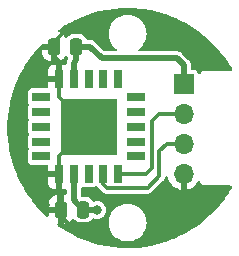
<source format=gbr>
%TF.GenerationSoftware,KiCad,Pcbnew,(6.0.0)*%
%TF.CreationDate,2022-03-17T14:10:59-06:00*%
%TF.ProjectId,sensor-co2,73656e73-6f72-42d6-936f-322e6b696361,rev?*%
%TF.SameCoordinates,Original*%
%TF.FileFunction,Copper,L1,Top*%
%TF.FilePolarity,Positive*%
%FSLAX46Y46*%
G04 Gerber Fmt 4.6, Leading zero omitted, Abs format (unit mm)*
G04 Created by KiCad (PCBNEW (6.0.0)) date 2022-03-17 14:10:59*
%MOMM*%
%LPD*%
G01*
G04 APERTURE LIST*
G04 Aperture macros list*
%AMRoundRect*
0 Rectangle with rounded corners*
0 $1 Rounding radius*
0 $2 $3 $4 $5 $6 $7 $8 $9 X,Y pos of 4 corners*
0 Add a 4 corners polygon primitive as box body*
4,1,4,$2,$3,$4,$5,$6,$7,$8,$9,$2,$3,0*
0 Add four circle primitives for the rounded corners*
1,1,$1+$1,$2,$3*
1,1,$1+$1,$4,$5*
1,1,$1+$1,$6,$7*
1,1,$1+$1,$8,$9*
0 Add four rect primitives between the rounded corners*
20,1,$1+$1,$2,$3,$4,$5,0*
20,1,$1+$1,$4,$5,$6,$7,0*
20,1,$1+$1,$6,$7,$8,$9,0*
20,1,$1+$1,$8,$9,$2,$3,0*%
G04 Aperture macros list end*
%TA.AperFunction,SMDPad,CuDef*%
%ADD10R,1.500000X0.800000*%
%TD*%
%TA.AperFunction,SMDPad,CuDef*%
%ADD11R,0.800000X1.500000*%
%TD*%
%TA.AperFunction,SMDPad,CuDef*%
%ADD12R,4.800000X4.800000*%
%TD*%
%TA.AperFunction,SMDPad,CuDef*%
%ADD13RoundRect,0.250000X0.250000X0.475000X-0.250000X0.475000X-0.250000X-0.475000X0.250000X-0.475000X0*%
%TD*%
%TA.AperFunction,ComponentPad*%
%ADD14R,1.700000X1.700000*%
%TD*%
%TA.AperFunction,ComponentPad*%
%ADD15O,1.700000X1.700000*%
%TD*%
%TA.AperFunction,ViaPad*%
%ADD16C,0.800000*%
%TD*%
%TA.AperFunction,Conductor*%
%ADD17C,0.300000*%
%TD*%
%TA.AperFunction,Conductor*%
%ADD18C,0.500000*%
%TD*%
G04 APERTURE END LIST*
D10*
%TO.P,U1,1*%
%TO.N,N/C*%
X133230000Y-83330000D03*
%TO.P,U1,2*%
X133230000Y-84580000D03*
%TO.P,U1,3*%
X133230000Y-85830000D03*
%TO.P,U1,4*%
X133230000Y-87080000D03*
%TO.P,U1,5*%
X133230000Y-88330000D03*
D11*
%TO.P,U1,6,GND*%
%TO.N,GND*%
X134730000Y-89830000D03*
%TO.P,U1,7,VDD*%
%TO.N,+3V3*%
X135980000Y-89830000D03*
%TO.P,U1,8*%
%TO.N,N/C*%
X137230000Y-89830000D03*
%TO.P,U1,9,SCL*%
%TO.N,/SCL*%
X138480000Y-89830000D03*
%TO.P,U1,10,SDA*%
%TO.N,/SDA*%
X139730000Y-89830000D03*
D10*
%TO.P,U1,11*%
%TO.N,N/C*%
X141230000Y-88330000D03*
%TO.P,U1,12*%
X141230000Y-87080000D03*
%TO.P,U1,13*%
X141230000Y-85830000D03*
%TO.P,U1,14*%
X141230000Y-84580000D03*
%TO.P,U1,15*%
X141230000Y-83330000D03*
D11*
%TO.P,U1,16*%
X139730000Y-81830000D03*
%TO.P,U1,17*%
X138480000Y-81830000D03*
%TO.P,U1,18*%
X137230000Y-81830000D03*
%TO.P,U1,19,VDDH*%
%TO.N,+3V3*%
X135980000Y-81830000D03*
%TO.P,U1,20,GND_2*%
%TO.N,GND*%
X134730000Y-81830000D03*
D12*
%TO.P,U1,21,GND_3*%
X137230000Y-85830000D03*
%TD*%
D13*
%TO.P,C3,1*%
%TO.N,+3V3*%
X136200000Y-79050000D03*
%TO.P,C3,2*%
%TO.N,GND*%
X134300000Y-79050000D03*
%TD*%
%TO.P,C1,1*%
%TO.N,+3V3*%
X136770000Y-92840000D03*
%TO.P,C1,2*%
%TO.N,GND*%
X134870000Y-92840000D03*
%TD*%
D14*
%TO.P,J2,1,Pin_1*%
%TO.N,+3V3*%
X145280000Y-82200000D03*
D15*
%TO.P,J2,2,Pin_2*%
%TO.N,/SDA*%
X145280000Y-84740000D03*
%TO.P,J2,3,Pin_3*%
%TO.N,/SCL*%
X145280000Y-87280000D03*
%TO.P,J2,4,Pin_4*%
%TO.N,GND*%
X145280000Y-89820000D03*
%TD*%
D16*
%TO.N,GND*%
X135790000Y-94300000D03*
X137960000Y-77520000D03*
X133520000Y-92460000D03*
%TO.N,+3V3*%
X137960000Y-92890000D03*
%TD*%
D17*
%TO.N,GND*%
X134870000Y-93380000D02*
X135790000Y-94300000D01*
X138430000Y-95190000D02*
X138730000Y-95490000D01*
X137770000Y-94780000D02*
X138020000Y-94780000D01*
X134730000Y-92700000D02*
X134730000Y-89830000D01*
X134870000Y-92840000D02*
X133900000Y-92840000D01*
X138020000Y-94780000D02*
X138430000Y-95190000D01*
X134730000Y-88330000D02*
X134730000Y-89830000D01*
X133900000Y-92840000D02*
X133520000Y-92460000D01*
X138940000Y-95490000D02*
X139210000Y-95490000D01*
X136720000Y-94770000D02*
X136730000Y-94780000D01*
X134730000Y-83330000D02*
X134730000Y-81830000D01*
D18*
X134300000Y-80030000D02*
X134730000Y-80460000D01*
D17*
X135790000Y-94300000D02*
X136250000Y-94300000D01*
X137870000Y-77610000D02*
X137960000Y-77520000D01*
X136730000Y-94780000D02*
X137770000Y-94780000D01*
X134870000Y-92840000D02*
X134730000Y-92700000D01*
X136250000Y-94300000D02*
X136720000Y-94770000D01*
X137230000Y-85830000D02*
X134730000Y-83330000D01*
X135770000Y-77610000D02*
X137870000Y-77610000D01*
X138730000Y-95490000D02*
X138940000Y-95490000D01*
X137230000Y-85830000D02*
X134730000Y-88330000D01*
X142180000Y-95070000D02*
X144370000Y-92880000D01*
X141070000Y-95740000D02*
X141510000Y-95740000D01*
X134300000Y-79050000D02*
X134630000Y-78720000D01*
X134870000Y-92840000D02*
X134870000Y-93380000D01*
D18*
X134730000Y-80460000D02*
X134730000Y-81830000D01*
D17*
X139210000Y-95490000D02*
X139330000Y-95610000D01*
X134630000Y-78720000D02*
X134630000Y-78280000D01*
X139330000Y-95610000D02*
X139460000Y-95740000D01*
D18*
X134300000Y-79050000D02*
X134300000Y-80030000D01*
D17*
X141510000Y-95740000D02*
X142180000Y-95070000D01*
X134630000Y-78280000D02*
X135300000Y-77610000D01*
X144370000Y-92880000D02*
X144400000Y-92880000D01*
X135300000Y-77610000D02*
X135770000Y-77610000D01*
X139460000Y-95740000D02*
X141070000Y-95740000D01*
D18*
%TO.N,+3V3*%
X145280000Y-80600000D02*
X144730000Y-80050000D01*
X135980000Y-80430000D02*
X135980000Y-81830000D01*
X136770000Y-92840000D02*
X137910000Y-92840000D01*
X135980000Y-92050000D02*
X135980000Y-89830000D01*
X136770000Y-92840000D02*
X135980000Y-92050000D01*
X137910000Y-92840000D02*
X137960000Y-92890000D01*
X136200000Y-80210000D02*
X135980000Y-80430000D01*
X138340000Y-80050000D02*
X137340000Y-79050000D01*
X137340000Y-79050000D02*
X136200000Y-79050000D01*
X144730000Y-80050000D02*
X138340000Y-80050000D01*
X145280000Y-82200000D02*
X145280000Y-80600000D01*
X136200000Y-79050000D02*
X136200000Y-80210000D01*
D17*
%TO.N,/SDA*%
X142600000Y-89350000D02*
X142600000Y-85330000D01*
X142120000Y-89830000D02*
X142600000Y-89350000D01*
X143250000Y-84740000D02*
X145280000Y-84740000D01*
X143220000Y-84710000D02*
X143250000Y-84740000D01*
X139730000Y-89830000D02*
X142120000Y-89830000D01*
X142600000Y-85330000D02*
X143220000Y-84710000D01*
%TO.N,/SCL*%
X138770000Y-90990000D02*
X138480000Y-90700000D01*
X143840000Y-87280000D02*
X143220000Y-87900000D01*
X145280000Y-87280000D02*
X143840000Y-87280000D01*
X143220000Y-87900000D02*
X143220000Y-90000000D01*
X138480000Y-90700000D02*
X138480000Y-89830000D01*
X143220000Y-90000000D02*
X142230000Y-90990000D01*
X142230000Y-90990000D02*
X138770000Y-90990000D01*
%TD*%
%TA.AperFunction,Conductor*%
%TO.N,GND*%
G36*
X134496121Y-78816002D02*
G01*
X134542614Y-78869658D01*
X134554000Y-78922000D01*
X134554000Y-80264884D01*
X134558475Y-80280123D01*
X134559865Y-80281328D01*
X134567548Y-80282999D01*
X134597095Y-80282999D01*
X134603614Y-80282662D01*
X134699206Y-80272743D01*
X134712600Y-80269851D01*
X134866784Y-80218412D01*
X134879962Y-80212239D01*
X135017807Y-80126937D01*
X135029208Y-80117901D01*
X135143739Y-80003171D01*
X135152751Y-79991760D01*
X135234336Y-79859404D01*
X135287108Y-79811911D01*
X135357180Y-79800487D01*
X135422304Y-79828761D01*
X135441559Y-79848817D01*
X135496444Y-79920346D01*
X135522044Y-79986567D01*
X135507779Y-80056115D01*
X135496442Y-80073756D01*
X135495131Y-80075464D01*
X135495128Y-80075468D01*
X135495127Y-80075467D01*
X135460494Y-80120603D01*
X135460492Y-80120606D01*
X135455464Y-80127159D01*
X135394956Y-80273238D01*
X135374318Y-80430000D01*
X135375396Y-80438188D01*
X135375396Y-80446446D01*
X135373667Y-80446446D01*
X135364255Y-80506803D01*
X135317126Y-80559901D01*
X135248772Y-80579091D01*
X135236665Y-80578363D01*
X135181488Y-80572369D01*
X135174672Y-80572000D01*
X135002115Y-80572000D01*
X134986876Y-80576475D01*
X134985671Y-80577865D01*
X134984000Y-80585548D01*
X134984000Y-81958000D01*
X134963998Y-82026121D01*
X134910342Y-82072614D01*
X134858000Y-82084000D01*
X133840116Y-82084000D01*
X133824877Y-82088475D01*
X133823672Y-82089865D01*
X133822001Y-82097548D01*
X133822001Y-82453500D01*
X133801999Y-82521621D01*
X133748343Y-82568114D01*
X133696001Y-82579500D01*
X132446782Y-82579500D01*
X132442232Y-82580170D01*
X132442229Y-82580170D01*
X132387574Y-82588216D01*
X132387573Y-82588216D01*
X132377888Y-82589642D01*
X132329869Y-82613218D01*
X132282493Y-82636478D01*
X132282491Y-82636479D01*
X132273145Y-82641068D01*
X132190707Y-82723650D01*
X132139464Y-82828482D01*
X132129500Y-82896782D01*
X132129500Y-83763218D01*
X132130170Y-83767768D01*
X132130170Y-83767771D01*
X132138216Y-83822426D01*
X132139642Y-83832112D01*
X132143958Y-83840902D01*
X132172696Y-83899435D01*
X132184764Y-83969399D01*
X132172794Y-84010295D01*
X132139464Y-84078482D01*
X132129500Y-84146782D01*
X132129500Y-85013218D01*
X132130170Y-85017768D01*
X132130170Y-85017771D01*
X132130712Y-85021452D01*
X132139642Y-85082112D01*
X132143958Y-85090902D01*
X132172696Y-85149435D01*
X132184764Y-85219399D01*
X132172794Y-85260295D01*
X132139464Y-85328482D01*
X132129500Y-85396782D01*
X132129500Y-86263218D01*
X132139642Y-86332112D01*
X132143958Y-86340902D01*
X132172696Y-86399435D01*
X132184764Y-86469399D01*
X132172794Y-86510295D01*
X132139464Y-86578482D01*
X132129500Y-86646782D01*
X132129500Y-87513218D01*
X132130170Y-87517768D01*
X132130170Y-87517771D01*
X132138216Y-87572426D01*
X132139642Y-87582112D01*
X132143958Y-87590902D01*
X132172696Y-87649435D01*
X132184764Y-87719399D01*
X132172794Y-87760295D01*
X132139464Y-87828482D01*
X132138052Y-87838162D01*
X132130849Y-87887537D01*
X132129500Y-87896782D01*
X132129500Y-88763218D01*
X132130170Y-88767768D01*
X132130170Y-88767771D01*
X132137891Y-88820215D01*
X132139642Y-88832112D01*
X132191068Y-88936855D01*
X132273650Y-89019293D01*
X132378482Y-89070536D01*
X132408973Y-89074984D01*
X132442256Y-89079840D01*
X132442260Y-89079840D01*
X132446782Y-89080500D01*
X133696000Y-89080500D01*
X133764121Y-89100502D01*
X133810614Y-89154158D01*
X133822000Y-89206500D01*
X133822000Y-89557885D01*
X133826475Y-89573124D01*
X133827865Y-89574329D01*
X133835548Y-89576000D01*
X134858000Y-89576000D01*
X134926121Y-89596002D01*
X134972614Y-89649658D01*
X134984000Y-89702000D01*
X134984000Y-91069884D01*
X134988475Y-91085123D01*
X134989865Y-91086328D01*
X134997548Y-91087999D01*
X135174669Y-91087999D01*
X135181490Y-91087629D01*
X135239895Y-91081286D01*
X135309777Y-91093815D01*
X135361792Y-91142137D01*
X135379500Y-91206549D01*
X135379500Y-91488858D01*
X135359498Y-91556979D01*
X135305842Y-91603472D01*
X135240658Y-91614202D01*
X135173562Y-91607328D01*
X135167145Y-91607000D01*
X135142115Y-91607000D01*
X135126876Y-91611475D01*
X135125671Y-91612865D01*
X135124000Y-91620548D01*
X135124000Y-94054884D01*
X135128475Y-94070123D01*
X135129865Y-94071328D01*
X135137548Y-94072999D01*
X135167095Y-94072999D01*
X135173614Y-94072662D01*
X135269206Y-94062743D01*
X135282600Y-94059851D01*
X135436784Y-94008412D01*
X135449962Y-94002239D01*
X135550538Y-93940000D01*
X138935052Y-93940000D01*
X138954812Y-94191069D01*
X138955966Y-94195876D01*
X138955967Y-94195882D01*
X138993230Y-94351093D01*
X139013604Y-94435956D01*
X139015497Y-94440527D01*
X139015498Y-94440529D01*
X139091999Y-94625218D01*
X139109981Y-94668631D01*
X139241570Y-94883365D01*
X139405130Y-95074870D01*
X139596635Y-95238430D01*
X139600852Y-95241014D01*
X139804705Y-95365935D01*
X139811369Y-95370019D01*
X139815939Y-95371912D01*
X139815943Y-95371914D01*
X140013690Y-95453823D01*
X140044044Y-95466396D01*
X140128907Y-95486770D01*
X140284118Y-95524033D01*
X140284124Y-95524034D01*
X140288931Y-95525188D01*
X140540000Y-95544948D01*
X140791069Y-95525188D01*
X140795876Y-95524034D01*
X140795882Y-95524033D01*
X140951093Y-95486770D01*
X141035956Y-95466396D01*
X141066310Y-95453823D01*
X141264057Y-95371914D01*
X141264061Y-95371912D01*
X141268631Y-95370019D01*
X141275296Y-95365935D01*
X141479148Y-95241014D01*
X141483365Y-95238430D01*
X141674870Y-95074870D01*
X141838430Y-94883365D01*
X141970019Y-94668631D01*
X141988002Y-94625218D01*
X142064502Y-94440529D01*
X142064503Y-94440527D01*
X142066396Y-94435956D01*
X142086770Y-94351093D01*
X142124033Y-94195882D01*
X142124034Y-94195876D01*
X142125188Y-94191069D01*
X142144948Y-93940000D01*
X142125188Y-93688931D01*
X142115699Y-93649404D01*
X142077808Y-93491578D01*
X142066396Y-93444044D01*
X142052706Y-93410993D01*
X141971914Y-93215943D01*
X141971912Y-93215939D01*
X141970019Y-93211369D01*
X141838430Y-92996635D01*
X141674870Y-92805130D01*
X141483365Y-92641570D01*
X141268631Y-92509981D01*
X141264061Y-92508088D01*
X141264057Y-92508086D01*
X141040529Y-92415498D01*
X141040527Y-92415497D01*
X141035956Y-92413604D01*
X140951093Y-92393230D01*
X140795882Y-92355967D01*
X140795876Y-92355966D01*
X140791069Y-92354812D01*
X140540000Y-92335052D01*
X140288931Y-92354812D01*
X140284124Y-92355966D01*
X140284118Y-92355967D01*
X140128907Y-92393230D01*
X140044044Y-92413604D01*
X140039473Y-92415497D01*
X140039471Y-92415498D01*
X139815943Y-92508086D01*
X139815939Y-92508088D01*
X139811369Y-92509981D01*
X139596635Y-92641570D01*
X139405130Y-92805130D01*
X139241570Y-92996635D01*
X139109981Y-93211369D01*
X139108088Y-93215939D01*
X139108086Y-93215943D01*
X139027294Y-93410993D01*
X139013604Y-93444044D01*
X139002192Y-93491578D01*
X138964302Y-93649404D01*
X138954812Y-93688931D01*
X138935052Y-93940000D01*
X135550538Y-93940000D01*
X135587807Y-93916937D01*
X135599208Y-93907901D01*
X135713739Y-93793171D01*
X135722751Y-93781760D01*
X135804336Y-93649404D01*
X135857108Y-93601911D01*
X135927180Y-93590487D01*
X135992304Y-93618761D01*
X136011557Y-93638814D01*
X136091718Y-93743282D01*
X136217159Y-93839536D01*
X136363238Y-93900044D01*
X136371426Y-93901122D01*
X136476545Y-93914961D01*
X136480639Y-93915500D01*
X136769964Y-93915500D01*
X137059360Y-93915499D01*
X137063444Y-93914961D01*
X137063450Y-93914961D01*
X137168575Y-93901122D01*
X137168577Y-93901122D01*
X137176762Y-93900044D01*
X137322841Y-93839536D01*
X137448282Y-93743282D01*
X137524348Y-93644151D01*
X137536586Y-93628202D01*
X137593924Y-93586335D01*
X137664795Y-93582113D01*
X137680465Y-93586807D01*
X137777289Y-93622815D01*
X137784270Y-93623746D01*
X137784272Y-93623747D01*
X137817663Y-93628202D01*
X137944183Y-93645083D01*
X137951194Y-93644445D01*
X137951198Y-93644445D01*
X138104843Y-93630462D01*
X138111864Y-93629823D01*
X138118566Y-93627645D01*
X138118568Y-93627645D01*
X138265298Y-93579970D01*
X138265301Y-93579969D01*
X138271997Y-93577793D01*
X138416623Y-93491578D01*
X138421717Y-93486727D01*
X138421721Y-93486724D01*
X138533454Y-93380322D01*
X138533455Y-93380320D01*
X138538554Y-93375465D01*
X138563281Y-93338249D01*
X138627836Y-93241085D01*
X138631731Y-93235223D01*
X138691521Y-93077823D01*
X138714955Y-92911088D01*
X138715249Y-92890000D01*
X138709499Y-92838735D01*
X138697266Y-92729672D01*
X138697265Y-92729669D01*
X138696481Y-92722676D01*
X138641108Y-92563668D01*
X138551884Y-92420879D01*
X138546920Y-92415880D01*
X138438205Y-92306403D01*
X138438201Y-92306400D01*
X138433242Y-92301406D01*
X138291079Y-92211187D01*
X138132462Y-92154706D01*
X138125474Y-92153873D01*
X138125471Y-92153872D01*
X138032300Y-92142762D01*
X137965273Y-92134769D01*
X137958270Y-92135505D01*
X137958269Y-92135505D01*
X137912712Y-92140293D01*
X137797821Y-92152369D01*
X137791152Y-92154639D01*
X137791149Y-92154640D01*
X137720399Y-92178725D01*
X137649467Y-92181743D01*
X137588163Y-92145933D01*
X137563385Y-92107665D01*
X137555803Y-92089361D01*
X137544536Y-92062159D01*
X137448282Y-91936718D01*
X137322841Y-91840464D01*
X137176762Y-91779956D01*
X137059361Y-91764500D01*
X137044192Y-91764500D01*
X136706499Y-91764501D01*
X136638380Y-91744499D01*
X136591887Y-91690844D01*
X136580500Y-91638501D01*
X136580500Y-91044044D01*
X136600502Y-90975923D01*
X136654158Y-90929430D01*
X136724432Y-90919326D01*
X136727350Y-90919982D01*
X136728482Y-90920536D01*
X136732258Y-90921087D01*
X136732263Y-90921088D01*
X136792256Y-90929840D01*
X136792260Y-90929840D01*
X136796782Y-90930500D01*
X137663218Y-90930500D01*
X137667768Y-90929830D01*
X137667771Y-90929830D01*
X137722426Y-90921784D01*
X137722427Y-90921784D01*
X137732112Y-90920358D01*
X137799436Y-90887304D01*
X137869399Y-90875236D01*
X137910295Y-90887206D01*
X137978482Y-90920536D01*
X137987914Y-90921912D01*
X138046979Y-90961063D01*
X138051871Y-90967711D01*
X138054016Y-90972428D01*
X138059874Y-90979226D01*
X138084387Y-91007675D01*
X138090675Y-91015595D01*
X138098522Y-91026336D01*
X138109265Y-91037079D01*
X138115623Y-91043925D01*
X138147600Y-91081037D01*
X138155135Y-91085921D01*
X138161898Y-91091820D01*
X138161894Y-91091825D01*
X138172987Y-91100800D01*
X138366467Y-91294281D01*
X138373933Y-91303624D01*
X138374321Y-91303293D01*
X138380142Y-91310132D01*
X138384930Y-91317720D01*
X138391656Y-91323660D01*
X138424609Y-91352763D01*
X138430297Y-91358110D01*
X138441507Y-91369320D01*
X138445093Y-91372008D01*
X138445096Y-91372010D01*
X138449677Y-91375444D01*
X138457518Y-91381827D01*
X138461805Y-91385613D01*
X138492388Y-91412623D01*
X138500513Y-91416438D01*
X138503683Y-91418520D01*
X138516670Y-91426323D01*
X138519994Y-91428143D01*
X138527176Y-91433526D01*
X138535577Y-91436675D01*
X138535578Y-91436676D01*
X138570736Y-91449856D01*
X138580053Y-91453783D01*
X138614034Y-91469737D01*
X138614037Y-91469738D01*
X138622163Y-91473553D01*
X138631037Y-91474935D01*
X138634650Y-91476039D01*
X138649307Y-91479885D01*
X138653010Y-91480699D01*
X138661420Y-91483852D01*
X138707843Y-91487302D01*
X138717856Y-91488452D01*
X138731009Y-91490500D01*
X138746204Y-91490500D01*
X138755542Y-91490846D01*
X138804392Y-91494476D01*
X138813168Y-91492603D01*
X138822125Y-91491992D01*
X138822125Y-91491998D01*
X138836318Y-91490500D01*
X142159819Y-91490500D01*
X142171704Y-91491828D01*
X142171745Y-91491318D01*
X142180691Y-91492038D01*
X142189447Y-91494019D01*
X142232980Y-91491318D01*
X142242264Y-91490742D01*
X142250067Y-91490500D01*
X142265940Y-91490500D01*
X142276052Y-91489052D01*
X142286106Y-91488022D01*
X142314097Y-91486285D01*
X142332538Y-91485141D01*
X142340982Y-91482093D01*
X142344694Y-91481324D01*
X142359399Y-91477657D01*
X142363027Y-91476596D01*
X142371918Y-91475323D01*
X142414282Y-91456061D01*
X142423637Y-91452254D01*
X142458943Y-91439509D01*
X142458947Y-91439507D01*
X142467387Y-91436460D01*
X142474635Y-91431165D01*
X142477975Y-91429389D01*
X142491089Y-91421726D01*
X142494261Y-91419697D01*
X142502428Y-91415984D01*
X142509223Y-91410129D01*
X142509226Y-91410127D01*
X142537675Y-91385613D01*
X142545596Y-91379324D01*
X142552402Y-91374352D01*
X142556336Y-91371478D01*
X142567079Y-91360735D01*
X142573926Y-91354377D01*
X142604237Y-91328259D01*
X142611037Y-91322400D01*
X142615920Y-91314866D01*
X142621819Y-91308104D01*
X142621824Y-91308108D01*
X142630800Y-91297014D01*
X143524280Y-90403534D01*
X143533624Y-90396068D01*
X143533292Y-90395678D01*
X143540128Y-90389860D01*
X143547720Y-90385070D01*
X143582756Y-90345399D01*
X143588102Y-90339712D01*
X143599320Y-90328494D01*
X143602010Y-90324905D01*
X143605450Y-90320316D01*
X143611832Y-90312477D01*
X143636682Y-90284339D01*
X143642623Y-90277612D01*
X143646437Y-90269489D01*
X143648508Y-90266336D01*
X143656327Y-90253324D01*
X143658143Y-90250006D01*
X143663526Y-90242824D01*
X143679858Y-90199259D01*
X143683783Y-90189944D01*
X143703553Y-90147837D01*
X143704935Y-90138964D01*
X143706042Y-90135342D01*
X143711223Y-90115594D01*
X143713852Y-90108581D01*
X143716307Y-90109501D01*
X143743865Y-90059300D01*
X143806253Y-90025414D01*
X143877057Y-90030637D01*
X143933798Y-90073310D01*
X143955678Y-90120893D01*
X143978565Y-90222446D01*
X143981645Y-90232275D01*
X144061770Y-90429603D01*
X144066413Y-90438794D01*
X144177694Y-90620388D01*
X144183777Y-90628699D01*
X144323213Y-90789667D01*
X144330580Y-90796883D01*
X144494434Y-90932916D01*
X144502881Y-90938831D01*
X144686756Y-91046279D01*
X144696042Y-91050729D01*
X144895001Y-91126703D01*
X144904899Y-91129579D01*
X145008250Y-91150606D01*
X145022299Y-91149410D01*
X145026000Y-91139065D01*
X145026000Y-89692000D01*
X145046002Y-89623879D01*
X145099658Y-89577386D01*
X145152000Y-89566000D01*
X145408000Y-89566000D01*
X145476121Y-89586002D01*
X145522614Y-89639658D01*
X145534000Y-89692000D01*
X145534000Y-91138517D01*
X145538064Y-91152359D01*
X145551478Y-91154393D01*
X145558184Y-91153534D01*
X145568262Y-91151392D01*
X145772255Y-91090191D01*
X145781842Y-91086433D01*
X145973095Y-90992739D01*
X145981945Y-90987464D01*
X146155328Y-90863792D01*
X146163200Y-90857139D01*
X146314052Y-90706812D01*
X146320730Y-90698965D01*
X146445003Y-90526020D01*
X146450310Y-90517189D01*
X146462502Y-90492519D01*
X146510615Y-90440312D01*
X146579316Y-90422404D01*
X146646793Y-90444482D01*
X146691622Y-90499535D01*
X146699750Y-90527657D01*
X146704291Y-90554939D01*
X146709235Y-90564101D01*
X146710401Y-90567508D01*
X146711834Y-90570819D01*
X146714344Y-90580924D01*
X146735807Y-90614164D01*
X146740832Y-90622662D01*
X146754672Y-90648313D01*
X146754674Y-90648316D01*
X146759621Y-90657484D01*
X146767273Y-90664557D01*
X146769483Y-90667406D01*
X146771899Y-90670061D01*
X146777549Y-90678812D01*
X146785728Y-90685260D01*
X146808619Y-90703306D01*
X146816139Y-90709729D01*
X146845185Y-90736578D01*
X146854711Y-90740789D01*
X146857727Y-90742770D01*
X146860877Y-90744501D01*
X146869055Y-90750949D01*
X146878882Y-90754400D01*
X146906387Y-90764059D01*
X146915573Y-90767696D01*
X146951755Y-90783692D01*
X146962132Y-90784591D01*
X146966985Y-90785837D01*
X146968330Y-90786245D01*
X146971519Y-90786932D01*
X146978993Y-90789556D01*
X146984119Y-90790000D01*
X147019143Y-90790000D01*
X147030014Y-90790470D01*
X147067840Y-90793746D01*
X147077950Y-90791235D01*
X147088329Y-90790418D01*
X147088392Y-90791214D01*
X147098335Y-90790000D01*
X149251652Y-90790000D01*
X149319773Y-90810002D01*
X149366266Y-90863658D01*
X149376370Y-90933932D01*
X149360034Y-90980259D01*
X149125730Y-91375444D01*
X149116402Y-91391177D01*
X149112210Y-91397773D01*
X148811138Y-91840464D01*
X148761811Y-91912993D01*
X148757220Y-91919313D01*
X148421245Y-92352841D01*
X148375545Y-92411810D01*
X148370574Y-92417829D01*
X148108320Y-92716026D01*
X147959080Y-92885720D01*
X147953737Y-92891428D01*
X147514028Y-93332885D01*
X147508342Y-93338249D01*
X147042101Y-93751590D01*
X147036095Y-93756592D01*
X146545103Y-94140231D01*
X146538820Y-94144833D01*
X146337789Y-94282724D01*
X146024988Y-94497279D01*
X146018407Y-94501499D01*
X145483712Y-94821397D01*
X145476881Y-94825201D01*
X144923390Y-95111315D01*
X144916338Y-95114688D01*
X144432781Y-95327761D01*
X144346147Y-95365935D01*
X144338903Y-95368862D01*
X143754215Y-95584269D01*
X143746821Y-95586734D01*
X143149919Y-95765459D01*
X143142363Y-95767468D01*
X142535541Y-95908826D01*
X142527876Y-95910363D01*
X141913432Y-96013820D01*
X141905686Y-96014878D01*
X141487851Y-96058809D01*
X141286023Y-96080028D01*
X141278238Y-96080604D01*
X141000706Y-96092460D01*
X140655714Y-96107198D01*
X140647897Y-96107289D01*
X140057530Y-96095857D01*
X140024951Y-96095226D01*
X140017142Y-96094833D01*
X139396100Y-96044156D01*
X139388332Y-96043278D01*
X138771672Y-95954190D01*
X138763973Y-95952833D01*
X138153995Y-95825666D01*
X138146422Y-95823840D01*
X137545488Y-95659085D01*
X137538035Y-95656791D01*
X137211138Y-95544948D01*
X136948495Y-95455089D01*
X136941181Y-95452330D01*
X136429581Y-95241014D01*
X136365274Y-95214452D01*
X136358165Y-95211253D01*
X135798140Y-94938126D01*
X135791223Y-94934483D01*
X135329812Y-94672851D01*
X135249211Y-94627148D01*
X135242536Y-94623085D01*
X135212840Y-94603719D01*
X134720610Y-94282716D01*
X134714221Y-94278260D01*
X134651137Y-94231298D01*
X134608440Y-94174576D01*
X134603187Y-94103774D01*
X134608810Y-94092504D01*
X134616000Y-94059452D01*
X134616000Y-93112115D01*
X134611525Y-93096876D01*
X134610135Y-93095671D01*
X134602452Y-93094000D01*
X133880116Y-93094000D01*
X133864877Y-93098475D01*
X133863672Y-93099865D01*
X133862001Y-93107548D01*
X133862001Y-93328125D01*
X133841999Y-93396246D01*
X133788343Y-93442739D01*
X133718069Y-93452843D01*
X133648828Y-93419102D01*
X133436804Y-93215943D01*
X133276841Y-93062668D01*
X133271373Y-93057094D01*
X133260162Y-93044930D01*
X132849066Y-92598923D01*
X132843949Y-92593012D01*
X132823520Y-92567885D01*
X133862000Y-92567885D01*
X133866475Y-92583124D01*
X133867865Y-92584329D01*
X133875548Y-92586000D01*
X134597885Y-92586000D01*
X134613124Y-92581525D01*
X134614329Y-92580135D01*
X134616000Y-92572452D01*
X134616000Y-91625116D01*
X134611525Y-91609877D01*
X134610135Y-91608672D01*
X134602452Y-91607001D01*
X134572905Y-91607001D01*
X134566386Y-91607338D01*
X134470794Y-91617257D01*
X134457400Y-91620149D01*
X134303216Y-91671588D01*
X134290038Y-91677761D01*
X134152193Y-91763063D01*
X134140792Y-91772099D01*
X134026261Y-91886829D01*
X134017249Y-91898240D01*
X133932184Y-92036243D01*
X133926037Y-92049424D01*
X133874862Y-92203710D01*
X133871995Y-92217086D01*
X133862328Y-92311438D01*
X133862000Y-92317855D01*
X133862000Y-92567885D01*
X132823520Y-92567885D01*
X132450905Y-92109576D01*
X132446163Y-92103360D01*
X132422167Y-92069789D01*
X132083828Y-91596439D01*
X132079484Y-91589944D01*
X132019828Y-91494476D01*
X131749306Y-91061562D01*
X131745370Y-91054807D01*
X131737561Y-91040391D01*
X131512358Y-90624669D01*
X133822001Y-90624669D01*
X133822371Y-90631490D01*
X133827895Y-90682352D01*
X133831521Y-90697604D01*
X133876676Y-90818054D01*
X133885214Y-90833649D01*
X133961715Y-90935724D01*
X133974276Y-90948285D01*
X134076351Y-91024786D01*
X134091946Y-91033324D01*
X134212394Y-91078478D01*
X134227649Y-91082105D01*
X134278514Y-91087631D01*
X134285328Y-91088000D01*
X134457885Y-91088000D01*
X134473124Y-91083525D01*
X134474329Y-91082135D01*
X134476000Y-91074452D01*
X134476000Y-90102115D01*
X134471525Y-90086876D01*
X134470135Y-90085671D01*
X134462452Y-90084000D01*
X133840116Y-90084000D01*
X133824877Y-90088475D01*
X133823672Y-90089865D01*
X133822001Y-90097548D01*
X133822001Y-90624669D01*
X131512358Y-90624669D01*
X131448569Y-90506915D01*
X131445066Y-90499937D01*
X131444880Y-90499535D01*
X131197160Y-89965609D01*
X131182842Y-89934748D01*
X131179773Y-89927558D01*
X131151378Y-89854854D01*
X130953088Y-89347152D01*
X130950483Y-89339818D01*
X130760228Y-88746463D01*
X130758076Y-88738960D01*
X130755679Y-88729500D01*
X130604991Y-88134968D01*
X130603308Y-88127344D01*
X130599536Y-88107314D01*
X130520246Y-87686350D01*
X130487977Y-87515030D01*
X130486769Y-87507306D01*
X130409632Y-86889008D01*
X130408906Y-86881224D01*
X130370265Y-86259362D01*
X130370022Y-86251548D01*
X130370022Y-85628452D01*
X130370265Y-85620638D01*
X130408906Y-84998776D01*
X130409632Y-84990992D01*
X130486769Y-84372694D01*
X130487977Y-84364970D01*
X130542050Y-84077888D01*
X130603310Y-83752645D01*
X130604993Y-83745021D01*
X130758079Y-83141028D01*
X130760231Y-83133525D01*
X130950483Y-82540182D01*
X130953088Y-82532848D01*
X131179773Y-81952442D01*
X131182842Y-81945252D01*
X131268655Y-81760293D01*
X131362564Y-81557885D01*
X133822000Y-81557885D01*
X133826475Y-81573124D01*
X133827865Y-81574329D01*
X133835548Y-81576000D01*
X134457885Y-81576000D01*
X134473124Y-81571525D01*
X134474329Y-81570135D01*
X134476000Y-81562452D01*
X134476000Y-80590116D01*
X134471525Y-80574877D01*
X134470135Y-80573672D01*
X134462452Y-80572001D01*
X134285331Y-80572001D01*
X134278510Y-80572371D01*
X134227648Y-80577895D01*
X134212396Y-80581521D01*
X134091946Y-80626676D01*
X134076351Y-80635214D01*
X133974276Y-80711715D01*
X133961715Y-80724276D01*
X133885214Y-80826351D01*
X133876676Y-80841946D01*
X133831522Y-80962394D01*
X133827895Y-80977649D01*
X133822369Y-81028514D01*
X133822000Y-81035328D01*
X133822000Y-81557885D01*
X131362564Y-81557885D01*
X131445071Y-81380053D01*
X131448574Y-81373076D01*
X131452546Y-81365745D01*
X131745370Y-80825193D01*
X131749306Y-80818438D01*
X131894823Y-80585568D01*
X132079486Y-80290053D01*
X132083830Y-80283558D01*
X132084471Y-80282662D01*
X132446163Y-79776640D01*
X132450905Y-79770424D01*
X132612151Y-79572095D01*
X133292001Y-79572095D01*
X133292338Y-79578614D01*
X133302257Y-79674206D01*
X133305149Y-79687600D01*
X133356588Y-79841784D01*
X133362761Y-79854962D01*
X133448063Y-79992807D01*
X133457099Y-80004208D01*
X133571829Y-80118739D01*
X133583240Y-80127751D01*
X133721243Y-80212816D01*
X133734424Y-80218963D01*
X133888710Y-80270138D01*
X133902086Y-80273005D01*
X133996438Y-80282672D01*
X134002854Y-80283000D01*
X134027885Y-80283000D01*
X134043124Y-80278525D01*
X134044329Y-80277135D01*
X134046000Y-80269452D01*
X134046000Y-79322115D01*
X134041525Y-79306876D01*
X134040135Y-79305671D01*
X134032452Y-79304000D01*
X133310116Y-79304000D01*
X133294877Y-79308475D01*
X133293672Y-79309865D01*
X133292001Y-79317548D01*
X133292001Y-79572095D01*
X132612151Y-79572095D01*
X132843949Y-79286988D01*
X132849066Y-79281077D01*
X133258748Y-78836604D01*
X133319624Y-78800072D01*
X133351396Y-78796000D01*
X134428000Y-78796000D01*
X134496121Y-78816002D01*
G37*
%TD.AperFunction*%
%TA.AperFunction,Conductor*%
G36*
X140655714Y-75772802D02*
G01*
X140945157Y-75785167D01*
X141278238Y-75799396D01*
X141286023Y-75799972D01*
X141487851Y-75821191D01*
X141905686Y-75865122D01*
X141913432Y-75866180D01*
X142527876Y-75969637D01*
X142535541Y-75971174D01*
X143142363Y-76112532D01*
X143149918Y-76114541D01*
X143746821Y-76293266D01*
X143754215Y-76295731D01*
X144338903Y-76511138D01*
X144346143Y-76514063D01*
X144629648Y-76638986D01*
X144916338Y-76765312D01*
X144923390Y-76768685D01*
X145476881Y-77054799D01*
X145483712Y-77058603D01*
X146018407Y-77378501D01*
X146024988Y-77382721D01*
X146538820Y-77735167D01*
X146545103Y-77739769D01*
X147015342Y-78107193D01*
X147036093Y-78123407D01*
X147042101Y-78128410D01*
X147508342Y-78541751D01*
X147514028Y-78547115D01*
X147953737Y-78988572D01*
X147959080Y-78994280D01*
X148358188Y-79448086D01*
X148370567Y-79462162D01*
X148375538Y-79468181D01*
X148725956Y-79920346D01*
X148757216Y-79960682D01*
X148761807Y-79967002D01*
X149033682Y-80366762D01*
X149112208Y-80482225D01*
X149116401Y-80488821D01*
X149339721Y-80865479D01*
X149360034Y-80899740D01*
X149377570Y-80968537D01*
X149355128Y-81035894D01*
X149299833Y-81080424D01*
X149251652Y-81090000D01*
X147060857Y-81090000D01*
X147049985Y-81089530D01*
X147041152Y-81088765D01*
X147012160Y-81086254D01*
X146998972Y-81089530D01*
X146973767Y-81095791D01*
X146964080Y-81097797D01*
X146957165Y-81098948D01*
X146935333Y-81102581D01*
X146935331Y-81102582D01*
X146925061Y-81104291D01*
X146915899Y-81109235D01*
X146912492Y-81110401D01*
X146909181Y-81111834D01*
X146899076Y-81114344D01*
X146865836Y-81135807D01*
X146857338Y-81140832D01*
X146831687Y-81154672D01*
X146831684Y-81154674D01*
X146822516Y-81159621D01*
X146815443Y-81167273D01*
X146812594Y-81169483D01*
X146809939Y-81171899D01*
X146801188Y-81177549D01*
X146794740Y-81185728D01*
X146776694Y-81208619D01*
X146770271Y-81216139D01*
X146743422Y-81245185D01*
X146739211Y-81254711D01*
X146737230Y-81257727D01*
X146735498Y-81260877D01*
X146729051Y-81269055D01*
X146725601Y-81278879D01*
X146725600Y-81278881D01*
X146718143Y-81300117D01*
X146676701Y-81357763D01*
X146610672Y-81383852D01*
X146541019Y-81370102D01*
X146489858Y-81320878D01*
X146474604Y-81276723D01*
X146471786Y-81257579D01*
X146471783Y-81257571D01*
X146470358Y-81247888D01*
X146439839Y-81185728D01*
X146423522Y-81152493D01*
X146423521Y-81152491D01*
X146418932Y-81143145D01*
X146361942Y-81086254D01*
X146343721Y-81068065D01*
X146343720Y-81068065D01*
X146336350Y-81060707D01*
X146317286Y-81051388D01*
X146269739Y-81028147D01*
X146231518Y-81009464D01*
X146201027Y-81005016D01*
X146167744Y-81000160D01*
X146167740Y-81000160D01*
X146163218Y-80999500D01*
X146006500Y-80999500D01*
X145938379Y-80979498D01*
X145891886Y-80925842D01*
X145880500Y-80873500D01*
X145880500Y-80647619D01*
X145881578Y-80631173D01*
X145884604Y-80608188D01*
X145885682Y-80600000D01*
X145868483Y-80469361D01*
X145866122Y-80451426D01*
X145865044Y-80443238D01*
X145804536Y-80297159D01*
X145732450Y-80203214D01*
X145732449Y-80203213D01*
X145708282Y-80171718D01*
X145683341Y-80152580D01*
X145670950Y-80141714D01*
X145188289Y-79659054D01*
X145177421Y-79646661D01*
X145163310Y-79628271D01*
X145158282Y-79621718D01*
X145032841Y-79525464D01*
X144886762Y-79464956D01*
X144865540Y-79462162D01*
X144769361Y-79449500D01*
X144738188Y-79445396D01*
X144730000Y-79444318D01*
X144721812Y-79445396D01*
X144698827Y-79448422D01*
X144682381Y-79449500D01*
X141577771Y-79449500D01*
X141509650Y-79429498D01*
X141463157Y-79375842D01*
X141453053Y-79305568D01*
X141482547Y-79240988D01*
X141495941Y-79227689D01*
X141662018Y-79085847D01*
X141674870Y-79074870D01*
X141838430Y-78883365D01*
X141970019Y-78668631D01*
X141994790Y-78608830D01*
X142064502Y-78440529D01*
X142064503Y-78440527D01*
X142066396Y-78435956D01*
X142086770Y-78351093D01*
X142124033Y-78195882D01*
X142124034Y-78195876D01*
X142125188Y-78191069D01*
X142144948Y-77940000D01*
X142125188Y-77688931D01*
X142118368Y-77660520D01*
X142067551Y-77448856D01*
X142066396Y-77444044D01*
X142039247Y-77378501D01*
X141971914Y-77215943D01*
X141971912Y-77215939D01*
X141970019Y-77211369D01*
X141838430Y-76996635D01*
X141674870Y-76805130D01*
X141483365Y-76641570D01*
X141289984Y-76523066D01*
X141272851Y-76512567D01*
X141268631Y-76509981D01*
X141264061Y-76508088D01*
X141264057Y-76508086D01*
X141040529Y-76415498D01*
X141040527Y-76415497D01*
X141035956Y-76413604D01*
X140951093Y-76393230D01*
X140795882Y-76355967D01*
X140795876Y-76355966D01*
X140791069Y-76354812D01*
X140540000Y-76335052D01*
X140288931Y-76354812D01*
X140284124Y-76355966D01*
X140284118Y-76355967D01*
X140128907Y-76393230D01*
X140044044Y-76413604D01*
X140039473Y-76415497D01*
X140039471Y-76415498D01*
X139815943Y-76508086D01*
X139815939Y-76508088D01*
X139811369Y-76509981D01*
X139807149Y-76512567D01*
X139790016Y-76523066D01*
X139596635Y-76641570D01*
X139405130Y-76805130D01*
X139241570Y-76996635D01*
X139109981Y-77211369D01*
X139108088Y-77215939D01*
X139108086Y-77215943D01*
X139040753Y-77378501D01*
X139013604Y-77444044D01*
X139012449Y-77448856D01*
X138961633Y-77660520D01*
X138954812Y-77688931D01*
X138935052Y-77940000D01*
X138954812Y-78191069D01*
X138955966Y-78195876D01*
X138955967Y-78195882D01*
X138993230Y-78351093D01*
X139013604Y-78435956D01*
X139015497Y-78440527D01*
X139015498Y-78440529D01*
X139085211Y-78608830D01*
X139109981Y-78668631D01*
X139241570Y-78883365D01*
X139405130Y-79074870D01*
X139417983Y-79085847D01*
X139584059Y-79227689D01*
X139622868Y-79287139D01*
X139623376Y-79358134D01*
X139585419Y-79418133D01*
X139521051Y-79448086D01*
X139502229Y-79449500D01*
X138640925Y-79449500D01*
X138572804Y-79429498D01*
X138551830Y-79412595D01*
X137798297Y-78659062D01*
X137787429Y-78646671D01*
X137773305Y-78628264D01*
X137768282Y-78621718D01*
X137642841Y-78525464D01*
X137496762Y-78464956D01*
X137379361Y-78449500D01*
X137340000Y-78444318D01*
X137331812Y-78445396D01*
X137308827Y-78448422D01*
X137292381Y-78449500D01*
X137132184Y-78449500D01*
X137064063Y-78429498D01*
X137015775Y-78371718D01*
X137002410Y-78339452D01*
X136974536Y-78272159D01*
X136878282Y-78146718D01*
X136854423Y-78128410D01*
X136759392Y-78055491D01*
X136752841Y-78050464D01*
X136606762Y-77989956D01*
X136598574Y-77988878D01*
X136493448Y-77975038D01*
X136493447Y-77975038D01*
X136489361Y-77974500D01*
X136200036Y-77974500D01*
X135910640Y-77974501D01*
X135906556Y-77975039D01*
X135906550Y-77975039D01*
X135801425Y-77988878D01*
X135801423Y-77988878D01*
X135793238Y-77989956D01*
X135647159Y-78050464D01*
X135640608Y-78055491D01*
X135545578Y-78128410D01*
X135521718Y-78146718D01*
X135516695Y-78153264D01*
X135441644Y-78251073D01*
X135384306Y-78292940D01*
X135313435Y-78297162D01*
X135251532Y-78262398D01*
X135234537Y-78240672D01*
X135151937Y-78107193D01*
X135142901Y-78095792D01*
X135028171Y-77981261D01*
X135016760Y-77972249D01*
X134878757Y-77887184D01*
X134865576Y-77881037D01*
X134730993Y-77836397D01*
X134672633Y-77795966D01*
X134645397Y-77730401D01*
X134657931Y-77660520D01*
X134695423Y-77615734D01*
X134714211Y-77601748D01*
X134720622Y-77597278D01*
X135242536Y-77256916D01*
X135249214Y-77252850D01*
X135322370Y-77211369D01*
X135447677Y-77140316D01*
X135791223Y-76945517D01*
X135798140Y-76941874D01*
X136085110Y-76801917D01*
X136358165Y-76668747D01*
X136365279Y-76665546D01*
X136415540Y-76644786D01*
X136639597Y-76552239D01*
X136941181Y-76427670D01*
X136948495Y-76424911D01*
X137333283Y-76293262D01*
X137538035Y-76223209D01*
X137545488Y-76220915D01*
X138146422Y-76056160D01*
X138153995Y-76054334D01*
X138763973Y-75927167D01*
X138771672Y-75925810D01*
X139388332Y-75836722D01*
X139396100Y-75835844D01*
X140017142Y-75785167D01*
X140024951Y-75784774D01*
X140057530Y-75784143D01*
X140647897Y-75772711D01*
X140655714Y-75772802D01*
G37*
%TD.AperFunction*%
%TD*%
M02*

</source>
